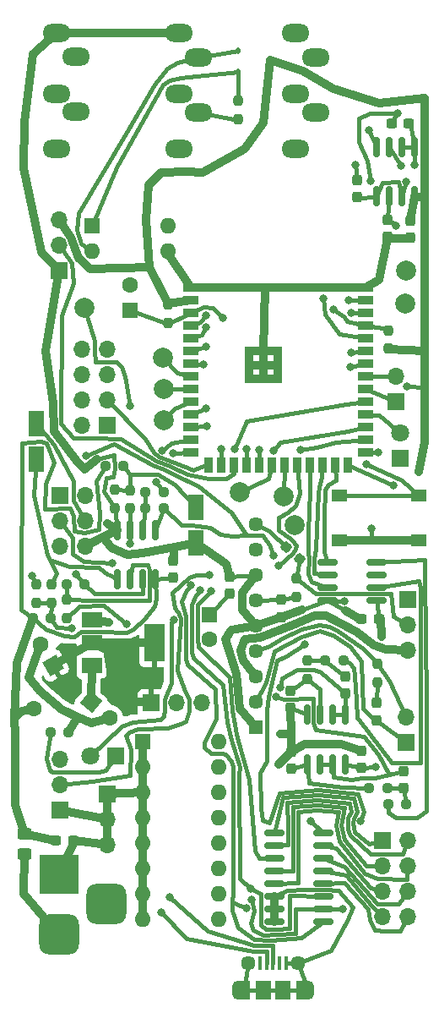
<source format=gbr>
G04 #@! TF.GenerationSoftware,KiCad,Pcbnew,7.0.9*
G04 #@! TF.CreationDate,2023-12-29T22:16:46-05:00*
G04 #@! TF.ProjectId,MEAP_Rev3b,4d454150-5f52-4657-9633-622e6b696361,rev?*
G04 #@! TF.SameCoordinates,Original*
G04 #@! TF.FileFunction,Copper,L1,Top*
G04 #@! TF.FilePolarity,Positive*
%FSLAX46Y46*%
G04 Gerber Fmt 4.6, Leading zero omitted, Abs format (unit mm)*
G04 Created by KiCad (PCBNEW 7.0.9) date 2023-12-29 22:16:46*
%MOMM*%
%LPD*%
G01*
G04 APERTURE LIST*
G04 Aperture macros list*
%AMRoundRect*
0 Rectangle with rounded corners*
0 $1 Rounding radius*
0 $2 $3 $4 $5 $6 $7 $8 $9 X,Y pos of 4 corners*
0 Add a 4 corners polygon primitive as box body*
4,1,4,$2,$3,$4,$5,$6,$7,$8,$9,$2,$3,0*
0 Add four circle primitives for the rounded corners*
1,1,$1+$1,$2,$3*
1,1,$1+$1,$4,$5*
1,1,$1+$1,$6,$7*
1,1,$1+$1,$8,$9*
0 Add four rect primitives between the rounded corners*
20,1,$1+$1,$2,$3,$4,$5,0*
20,1,$1+$1,$4,$5,$6,$7,0*
20,1,$1+$1,$6,$7,$8,$9,0*
20,1,$1+$1,$8,$9,$2,$3,0*%
%AMRotRect*
0 Rectangle, with rotation*
0 The origin of the aperture is its center*
0 $1 length*
0 $2 width*
0 $3 Rotation angle, in degrees counterclockwise*
0 Add horizontal line*
21,1,$1,$2,0,0,$3*%
G04 Aperture macros list end*
G04 #@! TA.AperFunction,ComponentPad*
%ADD10R,1.600000X1.600000*%
G04 #@! TD*
G04 #@! TA.AperFunction,ComponentPad*
%ADD11O,1.600000X1.600000*%
G04 #@! TD*
G04 #@! TA.AperFunction,SMDPad,CuDef*
%ADD12RoundRect,0.237500X-0.237500X0.300000X-0.237500X-0.300000X0.237500X-0.300000X0.237500X0.300000X0*%
G04 #@! TD*
G04 #@! TA.AperFunction,ComponentPad*
%ADD13C,2.000000*%
G04 #@! TD*
G04 #@! TA.AperFunction,SMDPad,CuDef*
%ADD14RoundRect,0.237500X0.300000X0.237500X-0.300000X0.237500X-0.300000X-0.237500X0.300000X-0.237500X0*%
G04 #@! TD*
G04 #@! TA.AperFunction,SMDPad,CuDef*
%ADD15RoundRect,0.237500X0.237500X-0.300000X0.237500X0.300000X-0.237500X0.300000X-0.237500X-0.300000X0*%
G04 #@! TD*
G04 #@! TA.AperFunction,ComponentPad*
%ADD16R,1.700000X1.700000*%
G04 #@! TD*
G04 #@! TA.AperFunction,ComponentPad*
%ADD17O,1.700000X1.700000*%
G04 #@! TD*
G04 #@! TA.AperFunction,SMDPad,CuDef*
%ADD18R,2.000000X1.500000*%
G04 #@! TD*
G04 #@! TA.AperFunction,SMDPad,CuDef*
%ADD19R,2.000000X3.800000*%
G04 #@! TD*
G04 #@! TA.AperFunction,SMDPad,CuDef*
%ADD20RoundRect,0.237500X0.250000X0.237500X-0.250000X0.237500X-0.250000X-0.237500X0.250000X-0.237500X0*%
G04 #@! TD*
G04 #@! TA.AperFunction,SMDPad,CuDef*
%ADD21RoundRect,0.150000X-0.150000X0.825000X-0.150000X-0.825000X0.150000X-0.825000X0.150000X0.825000X0*%
G04 #@! TD*
G04 #@! TA.AperFunction,SMDPad,CuDef*
%ADD22RoundRect,0.237500X0.344173X0.021239X-0.038849X0.342632X-0.344173X-0.021239X0.038849X-0.342632X0*%
G04 #@! TD*
G04 #@! TA.AperFunction,ComponentPad*
%ADD23C,1.600000*%
G04 #@! TD*
G04 #@! TA.AperFunction,SMDPad,CuDef*
%ADD24RoundRect,0.237500X0.237500X-0.250000X0.237500X0.250000X-0.237500X0.250000X-0.237500X-0.250000X0*%
G04 #@! TD*
G04 #@! TA.AperFunction,ComponentPad*
%ADD25O,2.800000X1.800000*%
G04 #@! TD*
G04 #@! TA.AperFunction,SMDPad,CuDef*
%ADD26RoundRect,0.150000X-0.825000X-0.150000X0.825000X-0.150000X0.825000X0.150000X-0.825000X0.150000X0*%
G04 #@! TD*
G04 #@! TA.AperFunction,ComponentPad*
%ADD27R,1.450000X1.450000*%
G04 #@! TD*
G04 #@! TA.AperFunction,ComponentPad*
%ADD28C,1.450000*%
G04 #@! TD*
G04 #@! TA.AperFunction,SMDPad,CuDef*
%ADD29RoundRect,0.250000X-0.550000X1.050000X-0.550000X-1.050000X0.550000X-1.050000X0.550000X1.050000X0*%
G04 #@! TD*
G04 #@! TA.AperFunction,SMDPad,CuDef*
%ADD30RoundRect,0.237500X-0.300000X-0.237500X0.300000X-0.237500X0.300000X0.237500X-0.300000X0.237500X0*%
G04 #@! TD*
G04 #@! TA.AperFunction,SMDPad,CuDef*
%ADD31R,1.500000X0.900000*%
G04 #@! TD*
G04 #@! TA.AperFunction,SMDPad,CuDef*
%ADD32R,0.900000X1.500000*%
G04 #@! TD*
G04 #@! TA.AperFunction,SMDPad,CuDef*
%ADD33R,0.900000X0.900000*%
G04 #@! TD*
G04 #@! TA.AperFunction,SMDPad,CuDef*
%ADD34RoundRect,0.237500X-0.237500X0.250000X-0.237500X-0.250000X0.237500X-0.250000X0.237500X0.250000X0*%
G04 #@! TD*
G04 #@! TA.AperFunction,ComponentPad*
%ADD35R,1.800000X1.800000*%
G04 #@! TD*
G04 #@! TA.AperFunction,ComponentPad*
%ADD36C,1.800000*%
G04 #@! TD*
G04 #@! TA.AperFunction,ComponentPad*
%ADD37RotRect,1.600000X1.600000X320.000000*%
G04 #@! TD*
G04 #@! TA.AperFunction,ComponentPad*
%ADD38R,4.000000X4.000000*%
G04 #@! TD*
G04 #@! TA.AperFunction,ComponentPad*
%ADD39RoundRect,1.000000X1.000000X-1.000000X1.000000X1.000000X-1.000000X1.000000X-1.000000X-1.000000X0*%
G04 #@! TD*
G04 #@! TA.AperFunction,ComponentPad*
%ADD40RotRect,1.600000X1.600000X120.000000*%
G04 #@! TD*
G04 #@! TA.AperFunction,SMDPad,CuDef*
%ADD41RoundRect,0.237500X-0.250000X-0.237500X0.250000X-0.237500X0.250000X0.237500X-0.250000X0.237500X0*%
G04 #@! TD*
G04 #@! TA.AperFunction,SMDPad,CuDef*
%ADD42R,1.550000X1.300000*%
G04 #@! TD*
G04 #@! TA.AperFunction,SMDPad,CuDef*
%ADD43R,0.400000X1.350000*%
G04 #@! TD*
G04 #@! TA.AperFunction,ComponentPad*
%ADD44O,1.200000X1.900000*%
G04 #@! TD*
G04 #@! TA.AperFunction,SMDPad,CuDef*
%ADD45R,1.200000X1.900000*%
G04 #@! TD*
G04 #@! TA.AperFunction,SMDPad,CuDef*
%ADD46R,1.500000X1.900000*%
G04 #@! TD*
G04 #@! TA.AperFunction,SMDPad,CuDef*
%ADD47RoundRect,0.250000X0.450000X-0.325000X0.450000X0.325000X-0.450000X0.325000X-0.450000X-0.325000X0*%
G04 #@! TD*
G04 #@! TA.AperFunction,SMDPad,CuDef*
%ADD48RoundRect,0.112500X0.112500X-0.187500X0.112500X0.187500X-0.112500X0.187500X-0.112500X-0.187500X0*%
G04 #@! TD*
G04 #@! TA.AperFunction,ViaPad*
%ADD49C,1.600000*%
G04 #@! TD*
G04 #@! TA.AperFunction,ViaPad*
%ADD50C,0.800000*%
G04 #@! TD*
G04 #@! TA.AperFunction,Conductor*
%ADD51C,0.406400*%
G04 #@! TD*
G04 #@! TA.AperFunction,Conductor*
%ADD52C,0.812800*%
G04 #@! TD*
G04 APERTURE END LIST*
D10*
X23820000Y-91610000D03*
D11*
X23820000Y-94150000D03*
X23820000Y-96690000D03*
X23820000Y-99230000D03*
X23820000Y-101770000D03*
X23820000Y-104310000D03*
X23820000Y-106850000D03*
X23820000Y-109390000D03*
X31440000Y-109390000D03*
X31440000Y-106850000D03*
X31440000Y-104310000D03*
X31440000Y-101770000D03*
X31440000Y-99230000D03*
X31440000Y-96690000D03*
X31440000Y-94150000D03*
X31440000Y-91610000D03*
D12*
X38640000Y-86507500D03*
X38640000Y-88232500D03*
D10*
X18720000Y-39945000D03*
D11*
X18720000Y-42485000D03*
X26340000Y-42485000D03*
X26340000Y-39945000D03*
D13*
X17930000Y-48200000D03*
D14*
X16830000Y-101530000D03*
X15105000Y-101530000D03*
D13*
X50230000Y-44430000D03*
D15*
X44147500Y-86797502D03*
X44147500Y-85072502D03*
D16*
X47880000Y-101510000D03*
D17*
X50420000Y-101510000D03*
X47880000Y-104050000D03*
X50420000Y-104050000D03*
X47880000Y-106590000D03*
X50420000Y-106590000D03*
X47880000Y-109130000D03*
X50420000Y-109130000D03*
D18*
X18680000Y-79420000D03*
X18680000Y-81720000D03*
X18680000Y-84020000D03*
D19*
X24980000Y-81720000D03*
D20*
X48306999Y-96266001D03*
X46481999Y-96266001D03*
D21*
X51085000Y-32055000D03*
X49815000Y-32055000D03*
X48545000Y-32055000D03*
X47275000Y-32055000D03*
X47275000Y-37005000D03*
X48545000Y-37005000D03*
X49815000Y-37005000D03*
X51085000Y-37005000D03*
D13*
X50150000Y-47750000D03*
D22*
X39560001Y-73330002D03*
X38161969Y-72156914D03*
D10*
X30480000Y-78884888D03*
D23*
X30480000Y-81384888D03*
D15*
X32540000Y-76812500D03*
X32540000Y-75087500D03*
D24*
X48400000Y-52242500D03*
X48400000Y-50417500D03*
D13*
X25870000Y-59470000D03*
D12*
X48360000Y-39360000D03*
X48360000Y-41085000D03*
D21*
X25069998Y-70409997D03*
X23799998Y-70409997D03*
X22529998Y-70409997D03*
X21259998Y-70409997D03*
X21259998Y-75359997D03*
X22529998Y-75359997D03*
X23799998Y-75359997D03*
X25069998Y-75359997D03*
D25*
X41140000Y-28590000D03*
X39140000Y-26790000D03*
X39140000Y-20690000D03*
X41140000Y-23090000D03*
X39140000Y-32290000D03*
D26*
X42300000Y-73670000D03*
X42300000Y-74940000D03*
X42300000Y-76210000D03*
X42300000Y-77480000D03*
X47250000Y-77480000D03*
X47250000Y-76210000D03*
X47250000Y-74940000D03*
X47250000Y-73670000D03*
D15*
X45700001Y-94267501D03*
X45700001Y-92542501D03*
D16*
X50230000Y-91720000D03*
D17*
X50230000Y-89180000D03*
D13*
X25860000Y-53210000D03*
D24*
X47290000Y-85672500D03*
X47290000Y-83847500D03*
D27*
X35110000Y-90160000D03*
D28*
X35110000Y-87620000D03*
X35110000Y-85080000D03*
X35110000Y-82540000D03*
X35110000Y-80000000D03*
X35110000Y-77460000D03*
X35110000Y-74920000D03*
X35110000Y-72380000D03*
X35110000Y-69840000D03*
D29*
X29120000Y-68150000D03*
X29120000Y-71750000D03*
D16*
X50360000Y-77350000D03*
D17*
X50360000Y-79890000D03*
X50360000Y-82430000D03*
D30*
X45737500Y-79320000D03*
X47462500Y-79320000D03*
D15*
X47280000Y-89450000D03*
X47280000Y-87725000D03*
D31*
X28650000Y-46170000D03*
X28650000Y-47440000D03*
X28650000Y-48710000D03*
X28650000Y-49980000D03*
X28650000Y-51250000D03*
X28650000Y-52520000D03*
X28650000Y-53790000D03*
X28650000Y-55060000D03*
X28650000Y-56330000D03*
X28650000Y-57600000D03*
X28650000Y-58870000D03*
X28650000Y-60140000D03*
X28650000Y-61410000D03*
X28650000Y-62680000D03*
D32*
X30415000Y-63930000D03*
X31685000Y-63930000D03*
X32955000Y-63930000D03*
X34225000Y-63930000D03*
X35495000Y-63930000D03*
X36765000Y-63930000D03*
X38035000Y-63930000D03*
X39305000Y-63930000D03*
X40575000Y-63930000D03*
X41845000Y-63930000D03*
X43115000Y-63930000D03*
X44385000Y-63930000D03*
D31*
X46150000Y-62680000D03*
X46150000Y-61410000D03*
X46150000Y-60140000D03*
X46150000Y-58870000D03*
X46150000Y-57600000D03*
X46150000Y-56330000D03*
X46150000Y-55060000D03*
X46150000Y-53790000D03*
X46150000Y-52520000D03*
X46150000Y-51250000D03*
X46150000Y-49980000D03*
X46150000Y-48710000D03*
X46150000Y-47440000D03*
X46150000Y-46170000D03*
D33*
X34500000Y-52490000D03*
X34500000Y-53890000D03*
X34500000Y-55290000D03*
X34500000Y-55290000D03*
X35900000Y-52490000D03*
X35900000Y-52490000D03*
X35900000Y-53890000D03*
X35900000Y-55290000D03*
X37300000Y-52490000D03*
X37300000Y-53890000D03*
X37300000Y-55290000D03*
D24*
X13090000Y-77705000D03*
X13090000Y-75880000D03*
X22514999Y-68244995D03*
X22514999Y-66419995D03*
D20*
X17965000Y-75862502D03*
X16140000Y-75862502D03*
D34*
X14609998Y-75867501D03*
X14609998Y-77692501D03*
D12*
X45260000Y-35360000D03*
X45260000Y-37085000D03*
D16*
X49210000Y-57610000D03*
D17*
X49210000Y-55070000D03*
D25*
X17140000Y-28545000D03*
X15140000Y-26745000D03*
X15140000Y-20645000D03*
X17140000Y-23045000D03*
X15140000Y-32245000D03*
D13*
X39020000Y-69950000D03*
D34*
X40270000Y-83487500D03*
X40270000Y-85312500D03*
D26*
X36970000Y-100720000D03*
X36970000Y-101990000D03*
X36970000Y-103260000D03*
X36970000Y-104530000D03*
X36970000Y-105800000D03*
X36970000Y-107070000D03*
X36970000Y-108340000D03*
X36970000Y-109610000D03*
X41920000Y-109610000D03*
X41920000Y-108340000D03*
X41920000Y-107070000D03*
X41920000Y-105800000D03*
X41920000Y-104530000D03*
X41920000Y-103260000D03*
X41920000Y-101990000D03*
X41920000Y-100720000D03*
D35*
X49640000Y-63225000D03*
D36*
X49640000Y-60685000D03*
D16*
X20220000Y-96820000D03*
D17*
X20220000Y-99360000D03*
X20220000Y-101900000D03*
D37*
X18604889Y-87643031D03*
D23*
X20520000Y-89250000D03*
D38*
X15430000Y-104900000D03*
D39*
X15430000Y-110900000D03*
X20130000Y-107900000D03*
D13*
X25890000Y-56330000D03*
D30*
X48770000Y-29750000D03*
X50495000Y-29750000D03*
D40*
X14800000Y-84015063D03*
D23*
X13550000Y-81849999D03*
D41*
X48425002Y-97875001D03*
X50250002Y-97875001D03*
D24*
X33330000Y-29292500D03*
X33330000Y-27467500D03*
D12*
X26810001Y-73464999D03*
X26810001Y-75189999D03*
D15*
X50660001Y-41135001D03*
X50660001Y-39410001D03*
D10*
X22540000Y-48420000D03*
D23*
X22540000Y-45920000D03*
D29*
X13150000Y-59740000D03*
X13150000Y-63340000D03*
D34*
X20994999Y-66414999D03*
X20994999Y-68239999D03*
D41*
X20027500Y-64040000D03*
X21852500Y-64040000D03*
D42*
X51475000Y-71460000D03*
X43525000Y-71460000D03*
X51475000Y-66960000D03*
X43525000Y-66960000D03*
D34*
X16139998Y-77392502D03*
X16139998Y-79217502D03*
D15*
X38689999Y-94315001D03*
X38689999Y-92590001D03*
D21*
X44100000Y-88905000D03*
X42830000Y-88905000D03*
X41560000Y-88905000D03*
X40290000Y-88905000D03*
X40290000Y-93855000D03*
X41560000Y-93855000D03*
X42830000Y-93855000D03*
X44100000Y-93855000D03*
D16*
X15530000Y-66930000D03*
D17*
X15530000Y-69470000D03*
X15530000Y-72010000D03*
X18070000Y-66930000D03*
X18070000Y-69470000D03*
X18070000Y-72010000D03*
D43*
X35569999Y-113792000D03*
X36219999Y-113792000D03*
X36869999Y-113792000D03*
X37519999Y-113792000D03*
X38169999Y-113792000D03*
D44*
X33369999Y-116492000D03*
D45*
X33969999Y-116492000D03*
D28*
X34369999Y-113792000D03*
D46*
X35869999Y-116492000D03*
X37869999Y-116492000D03*
D28*
X39369999Y-113792000D03*
D45*
X39769999Y-116492000D03*
D44*
X40369999Y-116492000D03*
D20*
X43930001Y-83500001D03*
X42105001Y-83500001D03*
D25*
X29400000Y-28580000D03*
X27400000Y-26780000D03*
X27400000Y-20680000D03*
X29400000Y-23080000D03*
X27400000Y-32280000D03*
D16*
X15380003Y-44459999D03*
D17*
X15380003Y-41919999D03*
X15380003Y-39379999D03*
D34*
X39220000Y-75277500D03*
X39220000Y-77102500D03*
D16*
X24630000Y-87720000D03*
D17*
X27170000Y-87720000D03*
X29710000Y-87720000D03*
D41*
X24075001Y-66630001D03*
X25900001Y-66630001D03*
D47*
X11969998Y-102869999D03*
X11969998Y-100819999D03*
D16*
X20245000Y-59940000D03*
D17*
X17705000Y-59940000D03*
X20245000Y-57400000D03*
X17705000Y-57400000D03*
X20245000Y-54860000D03*
X17705000Y-54860000D03*
X20245000Y-52320000D03*
X17705000Y-52320000D03*
D16*
X15480000Y-98470000D03*
D17*
X15480000Y-95930000D03*
X15480000Y-93390000D03*
D12*
X49950000Y-94550000D03*
X49950000Y-96275000D03*
D41*
X12757500Y-79232503D03*
X14582500Y-79232503D03*
D34*
X26340000Y-47857500D03*
X26340000Y-49682500D03*
D12*
X37670000Y-77397500D03*
X37670000Y-79122500D03*
D13*
X33490000Y-66600000D03*
D41*
X14545000Y-90690000D03*
X16370000Y-90690000D03*
D20*
X25879996Y-68219998D03*
X24054996Y-68219998D03*
D48*
X33330000Y-24537500D03*
X33330000Y-22437500D03*
D13*
X37970000Y-67030000D03*
D35*
X21124999Y-93060001D03*
D36*
X18584999Y-93060001D03*
D49*
X12850000Y-88280000D03*
D50*
X43990000Y-77560000D03*
X46520000Y-30410000D03*
X37410000Y-93900000D03*
X37590000Y-90860000D03*
X46760000Y-70300000D03*
X39761765Y-78361765D03*
X20380000Y-79700000D03*
X12700000Y-74970000D03*
X20210000Y-69780000D03*
X50300000Y-56080000D03*
X51520000Y-64610000D03*
X47130000Y-94170000D03*
X40600000Y-99530000D03*
X47740000Y-81100000D03*
X36620000Y-23390000D03*
X37560000Y-86150000D03*
X37200000Y-87110000D03*
X46190000Y-63800000D03*
X31840000Y-49200000D03*
X36920000Y-62470000D03*
X26901644Y-79410000D03*
X36880000Y-72970000D03*
X18120000Y-63015014D03*
X17090000Y-74860000D03*
X44450000Y-47420000D03*
X44710000Y-48650000D03*
X30170000Y-48910000D03*
X30180000Y-50110000D03*
X30160000Y-52090000D03*
X29880000Y-53830000D03*
X30210000Y-60020000D03*
X25780000Y-62450000D03*
X25640000Y-108720000D03*
X26860000Y-62760000D03*
X26480000Y-107180000D03*
X30180000Y-58220000D03*
X22510000Y-57960000D03*
X39600000Y-62370000D03*
X47420000Y-62640000D03*
X41950000Y-47260000D03*
X42920000Y-48320000D03*
X44640000Y-54130000D03*
X44670000Y-52620000D03*
X30510000Y-74950000D03*
X34210000Y-62340000D03*
X30630000Y-76570000D03*
X35510000Y-62430000D03*
X34180000Y-108310000D03*
X28640000Y-75980000D03*
X31690000Y-62350000D03*
X34700000Y-107440000D03*
X48900000Y-65980000D03*
X43820000Y-108330000D03*
X34640000Y-106380000D03*
X33040000Y-62350000D03*
X29570000Y-76490000D03*
X45640000Y-99600000D03*
X40050000Y-81850000D03*
X37460000Y-74010000D03*
X49680000Y-33940000D03*
X46680000Y-35500000D03*
X49390000Y-28690000D03*
X51050000Y-33860000D03*
X45140000Y-33900000D03*
X50200000Y-35520000D03*
X49230000Y-39980000D03*
X22520000Y-71810000D03*
X16670000Y-80290000D03*
X25180000Y-65630000D03*
X20730000Y-73740000D03*
X22180000Y-79800000D03*
D51*
X25069998Y-75359997D02*
X25123836Y-77340000D01*
X11560000Y-78410000D02*
X11700000Y-61710000D01*
X19400000Y-70390000D02*
X19459636Y-68750000D01*
X23969474Y-79299474D02*
X24991456Y-78031456D01*
D52*
X10940412Y-89250000D02*
X11190000Y-83740000D01*
D51*
X25069998Y-75359997D02*
X26810001Y-75189999D01*
D52*
X11190000Y-83740000D02*
X12757500Y-79232503D01*
X45250000Y-80590000D02*
X46960000Y-81920000D01*
D51*
X11700000Y-61710000D02*
X13570000Y-61530000D01*
X13970000Y-68360000D02*
X16470000Y-68230000D01*
D52*
X10970000Y-90990000D02*
X10940412Y-89250000D01*
D51*
X16470000Y-68230000D02*
X16830000Y-69030000D01*
D52*
X41040000Y-78970000D02*
X42156081Y-79010967D01*
D51*
X16906321Y-81076321D02*
X17580000Y-80629630D01*
X24991456Y-78031456D02*
X25123836Y-77340000D01*
X14080000Y-80330000D02*
X12757500Y-79232503D01*
X14150000Y-61750000D02*
X14920000Y-63630000D01*
D52*
X18604889Y-87643031D02*
X18680000Y-84020000D01*
D51*
X13570000Y-61530000D02*
X14150000Y-61750000D01*
X19160000Y-65520000D02*
X20027500Y-64040000D01*
D52*
X33612945Y-82450000D02*
X34020000Y-81350000D01*
X11700000Y-88543734D02*
X12850000Y-88280000D01*
D51*
X16923384Y-70510159D02*
X17910000Y-70710000D01*
X22904456Y-80334456D02*
X23969474Y-79299474D01*
X16906321Y-81076321D02*
X15880000Y-81044397D01*
X16830000Y-69030000D02*
X16923384Y-70510159D01*
X12757500Y-79232503D02*
X11560000Y-78410000D01*
D52*
X11969998Y-100819999D02*
X10970000Y-97940000D01*
D51*
X19459636Y-68750000D02*
X19160000Y-65520000D01*
D52*
X11969998Y-100819999D02*
X14930000Y-101530000D01*
D51*
X14040000Y-65760000D02*
X13970000Y-68360000D01*
D52*
X48170000Y-82370000D02*
X50360000Y-82430000D01*
X34020000Y-81350000D02*
X35580000Y-81231400D01*
D51*
X17910000Y-70710000D02*
X19400000Y-70390000D01*
X22180000Y-80654831D02*
X19520000Y-80610000D01*
X22180000Y-80654831D02*
X22904456Y-80334456D01*
X14920000Y-63630000D02*
X14040000Y-65760000D01*
D52*
X10970000Y-97940000D02*
X10970000Y-90990000D01*
D51*
X15880000Y-81044397D02*
X14080000Y-80330000D01*
D52*
X33830000Y-83450000D02*
X33612945Y-82450000D01*
X42156081Y-79010967D02*
X45250000Y-80590000D01*
X38880000Y-79930000D02*
X41040000Y-78970000D01*
D51*
X19520000Y-80610000D02*
X17580000Y-80629630D01*
D52*
X35580000Y-81231400D02*
X38880000Y-79930000D01*
X10940412Y-89250000D02*
X11700000Y-88543734D01*
X35110000Y-85080000D02*
X33830000Y-83450000D01*
X46960000Y-81920000D02*
X48170000Y-82370000D01*
D51*
X39369999Y-113792000D02*
X42690000Y-112490000D01*
X38290000Y-106490000D02*
X36970000Y-107070000D01*
D52*
X43365000Y-71470000D02*
X46700000Y-71470000D01*
D51*
X46520000Y-30410000D02*
X47275000Y-32055000D01*
D52*
X49890000Y-41251538D02*
X50660001Y-41135001D01*
D51*
X46760000Y-70300000D02*
X46700000Y-71470000D01*
D52*
X12390000Y-85160000D02*
X13550000Y-81849999D01*
D51*
X33969999Y-116492000D02*
X35869999Y-116492000D01*
X42300000Y-77480000D02*
X43990000Y-77560000D01*
D52*
X40020000Y-91830000D02*
X38689999Y-92590001D01*
X35900000Y-55290000D02*
X34500000Y-55290000D01*
X32660000Y-80410000D02*
X35110000Y-80000000D01*
X23820000Y-96690000D02*
X23820000Y-94150000D01*
X35110000Y-90160000D02*
X33540076Y-88330000D01*
X46150000Y-46170000D02*
X47510000Y-45390000D01*
D51*
X20120000Y-65220000D02*
X20800000Y-65130000D01*
D52*
X36030000Y-46170000D02*
X28650000Y-46170000D01*
X23770000Y-72720000D02*
X22290000Y-72880000D01*
X35900000Y-52490000D02*
X36030000Y-46170000D01*
D51*
X44840000Y-108160000D02*
X43430000Y-106470000D01*
D52*
X34500000Y-53890000D02*
X35900000Y-53890000D01*
X14930000Y-60560000D02*
X17100000Y-63390000D01*
X23820000Y-94150000D02*
X23820000Y-91610000D01*
D51*
X32540000Y-75087500D02*
X35110000Y-74920000D01*
D52*
X46150000Y-46170000D02*
X36030000Y-46170000D01*
X15700000Y-88430000D02*
X13480000Y-86560000D01*
X35110000Y-80000000D02*
X37670000Y-79122500D01*
D51*
X38169999Y-113792000D02*
X39369999Y-113792000D01*
D52*
X13600000Y-42560000D02*
X11880000Y-34170000D01*
X16370000Y-90690000D02*
X17303863Y-89136137D01*
X20520000Y-89250000D02*
X18630000Y-89720000D01*
X45562500Y-79320000D02*
X44077511Y-78482489D01*
X36970000Y-108340000D02*
X36970000Y-109610000D01*
X17303863Y-89136137D02*
X15700000Y-88430000D01*
X33230000Y-84830000D02*
X33540076Y-88330000D01*
X33800000Y-78390000D02*
X33820000Y-76670000D01*
D51*
X20800000Y-65130000D02*
X21030000Y-64260000D01*
D52*
X27050000Y-72125308D02*
X23770000Y-72720000D01*
X11880000Y-34170000D02*
X11900982Y-29540000D01*
D51*
X42300000Y-77480000D02*
X44077511Y-78482489D01*
D52*
X13480000Y-86560000D02*
X12390000Y-85160000D01*
X17100000Y-63390000D02*
X17977043Y-64352957D01*
D51*
X42690000Y-112490000D02*
X44300000Y-109540000D01*
D52*
X17977043Y-64352957D02*
X19190693Y-63330693D01*
X34500000Y-52490000D02*
X34500000Y-53890000D01*
X23820000Y-109390000D02*
X23820000Y-106850000D01*
D51*
X21259998Y-70409997D02*
X20994999Y-68239999D01*
D52*
X20220000Y-99360000D02*
X15480000Y-98470000D01*
X12770000Y-22750000D02*
X15140000Y-20645000D01*
X20210000Y-69780000D02*
X21259998Y-70409997D01*
D51*
X42120000Y-106440000D02*
X40050000Y-106440000D01*
D52*
X20380000Y-79700000D02*
X18680000Y-79420000D01*
X47510000Y-45390000D02*
X48360000Y-41260000D01*
X23820000Y-106850000D02*
X23820000Y-104310000D01*
X32210000Y-73810000D02*
X32540000Y-75087500D01*
X18630000Y-89720000D02*
X17303863Y-89136137D01*
X27050000Y-72125308D02*
X26810001Y-73464999D01*
D51*
X33369999Y-116492000D02*
X33969999Y-116492000D01*
X20910000Y-62910000D02*
X19190693Y-63330693D01*
D52*
X35900000Y-53890000D02*
X35900000Y-52490000D01*
X32111347Y-81361347D02*
X33230000Y-84830000D01*
D51*
X37869999Y-116492000D02*
X39769999Y-116492000D01*
X40050000Y-106440000D02*
X38290000Y-106490000D01*
D52*
X35900000Y-53890000D02*
X37300000Y-53890000D01*
X37300000Y-53890000D02*
X37300000Y-55290000D01*
X23820000Y-99230000D02*
X23820000Y-96690000D01*
X15380003Y-44459999D02*
X14020000Y-52530000D01*
D51*
X34369999Y-113792000D02*
X33969999Y-116492000D01*
D52*
X33820000Y-76670000D02*
X35110000Y-74920000D01*
X29120000Y-71750000D02*
X27050000Y-72125308D01*
D51*
X20994999Y-68239999D02*
X19900000Y-66530000D01*
D52*
X35900000Y-53890000D02*
X35900000Y-55290000D01*
D51*
X19900000Y-66530000D02*
X20120000Y-65220000D01*
D52*
X35900000Y-52490000D02*
X34500000Y-52490000D01*
D51*
X40369999Y-116492000D02*
X39769999Y-116492000D01*
D52*
X37300000Y-55290000D02*
X35900000Y-55290000D01*
X49890000Y-41251538D02*
X48360000Y-41260000D01*
D51*
X44300000Y-109540000D02*
X44840000Y-108160000D01*
D52*
X20220000Y-96820000D02*
X23820000Y-96690000D01*
X23820000Y-101770000D02*
X23820000Y-99230000D01*
X29120000Y-71750000D02*
X32210000Y-73810000D01*
X36970000Y-107070000D02*
X36970000Y-108340000D01*
X15380003Y-44459999D02*
X13600000Y-42560000D01*
X20220000Y-99360000D02*
X20220000Y-96820000D01*
X14830000Y-57760000D02*
X14930000Y-60560000D01*
X45700001Y-92542501D02*
X43710000Y-91860000D01*
X11900982Y-29540000D02*
X12770000Y-22750000D01*
D51*
X39369999Y-113792000D02*
X40369999Y-116492000D01*
D52*
X22290000Y-72880000D02*
X20690000Y-72240000D01*
D51*
X43430000Y-106470000D02*
X42120000Y-106440000D01*
D52*
X35110000Y-80000000D02*
X33800000Y-78390000D01*
X18070000Y-72010000D02*
X19781543Y-71151543D01*
X38689999Y-92590001D02*
X37410000Y-93900000D01*
X23820000Y-104310000D02*
X23820000Y-101770000D01*
X37670000Y-79122500D02*
X39761765Y-78361765D01*
X34500000Y-55290000D02*
X34500000Y-53890000D01*
X38689999Y-92590001D02*
X38669804Y-90830000D01*
X37300000Y-52490000D02*
X35900000Y-52490000D01*
D51*
X40290000Y-88905000D02*
X38640000Y-88232500D01*
D52*
X37300000Y-52490000D02*
X37300000Y-53890000D01*
X19781543Y-71151543D02*
X21259998Y-70409997D01*
X17005000Y-101530000D02*
X20220000Y-101900000D01*
D51*
X12700000Y-74970000D02*
X13090000Y-75880000D01*
X42300000Y-77480000D02*
X39761765Y-78361765D01*
D52*
X37590000Y-90860000D02*
X38669804Y-90830000D01*
X32111347Y-81361347D02*
X32660000Y-80410000D01*
X20220000Y-101900000D02*
X20220000Y-99360000D01*
X28650000Y-46170000D02*
X26130000Y-42495000D01*
X20690000Y-72240000D02*
X19781543Y-71151543D01*
X14020000Y-52530000D02*
X14830000Y-57760000D01*
D51*
X21030000Y-64260000D02*
X20910000Y-62910000D01*
D52*
X15140000Y-20645000D02*
X27400000Y-20680000D01*
D51*
X35869999Y-116492000D02*
X37869999Y-116492000D01*
D52*
X50620000Y-41247500D02*
X49890000Y-41251538D01*
X43710000Y-91860000D02*
X40020000Y-91830000D01*
X38669804Y-90830000D02*
X38640000Y-88232500D01*
X46700000Y-71470000D02*
X51315000Y-71470000D01*
X15350000Y-104890000D02*
X17005000Y-101530000D01*
X20560000Y-84480000D02*
X20226550Y-82503450D01*
X24170000Y-39400000D02*
X24380000Y-35900000D01*
X47637500Y-79320000D02*
X47740000Y-81100000D01*
X18680000Y-81720000D02*
X20226550Y-82503450D01*
X26340000Y-47770000D02*
X28650000Y-47440000D01*
D51*
X50300000Y-56080000D02*
X52068600Y-56090000D01*
D52*
X52068600Y-52520000D02*
X48400000Y-52330000D01*
X26340000Y-47770000D02*
X24500000Y-44120000D01*
X51520000Y-64610000D02*
X52068600Y-61610000D01*
X24500000Y-44120000D02*
X24170000Y-39400000D01*
D51*
X44100000Y-93855000D02*
X45700001Y-94267501D01*
D52*
X17360000Y-43170000D02*
X18580000Y-44260000D01*
X18680000Y-81720000D02*
X24980000Y-81720000D01*
X24630000Y-87720000D02*
X21970000Y-87580000D01*
X14800000Y-84015063D02*
X18680000Y-81720000D01*
X15380003Y-39379999D02*
X16590000Y-41110000D01*
X52068600Y-56090000D02*
X52068600Y-52520000D01*
D51*
X45700001Y-94267501D02*
X47130000Y-94170000D01*
D52*
X25690000Y-34610000D02*
X28200000Y-34540000D01*
D51*
X47462500Y-79320000D02*
X47250000Y-77480000D01*
D52*
X52068600Y-27200000D02*
X47480000Y-27720000D01*
X42960000Y-26260000D02*
X39850000Y-24495413D01*
X34060000Y-32240000D02*
X35940000Y-29650000D01*
X47480000Y-27720000D02*
X42960000Y-26260000D01*
D51*
X41920000Y-100720000D02*
X40600000Y-99530000D01*
D52*
X51085000Y-37005000D02*
X52068600Y-37130000D01*
X35940000Y-29650000D02*
X36620000Y-23390000D01*
X21970000Y-87580000D02*
X20560000Y-84480000D01*
X52068600Y-52520000D02*
X52068600Y-37130000D01*
X52068600Y-37130000D02*
X52068600Y-27200000D01*
X50759983Y-38520000D02*
X51085000Y-37005000D01*
X18580000Y-44260000D02*
X24500000Y-44120000D01*
X36620000Y-23390000D02*
X39850000Y-24495413D01*
X50759983Y-38520000D02*
X50660001Y-39410001D01*
X28200000Y-34540000D02*
X29810000Y-34590000D01*
X29810000Y-34590000D02*
X34060000Y-32240000D01*
X24380000Y-35900000D02*
X25690000Y-34610000D01*
X52068600Y-61610000D02*
X52068600Y-56090000D01*
X16590000Y-41110000D02*
X17360000Y-43170000D01*
X50620000Y-39172500D02*
X50759983Y-38520000D01*
D51*
X32540000Y-76812500D02*
X30480000Y-78884888D01*
X36470000Y-70510000D02*
X35110000Y-69840000D01*
X38161969Y-72156914D02*
X36470000Y-70510000D01*
X39220000Y-77102500D02*
X37670000Y-77397500D01*
X37670000Y-77397500D02*
X35110000Y-77460000D01*
X39670000Y-81150000D02*
X37000000Y-82560000D01*
X45720000Y-83540000D02*
X44660000Y-82100000D01*
X36194052Y-85714052D02*
X37000000Y-82560000D01*
X41550000Y-80480000D02*
X39670000Y-81150000D01*
X35110000Y-87620000D02*
X36194052Y-85714052D01*
X47280000Y-89625000D02*
X45850000Y-88330000D01*
X43040000Y-81050000D02*
X41550000Y-80480000D01*
X47280000Y-89450000D02*
X50230000Y-91720000D01*
X44660000Y-82100000D02*
X43040000Y-81050000D01*
X45850000Y-88330000D02*
X45720000Y-83540000D01*
X47290000Y-85760000D02*
X47280000Y-87550000D01*
X39250000Y-84370000D02*
X37760000Y-85230000D01*
X42830000Y-88905000D02*
X44100000Y-88905000D01*
X44147500Y-86797502D02*
X41680000Y-84650000D01*
X41010000Y-84370000D02*
X39250000Y-84370000D01*
X41680000Y-84650000D02*
X41010000Y-84370000D01*
X44100000Y-88905000D02*
X44147500Y-86797502D01*
X37760000Y-85230000D02*
X37560000Y-86150000D01*
X40270000Y-83487500D02*
X42000000Y-83477500D01*
X42000000Y-83477500D02*
X44147500Y-85072502D01*
X20210000Y-74881966D02*
X19370000Y-74190000D01*
X14260000Y-72900000D02*
X12900000Y-66980000D01*
X19370000Y-74190000D02*
X16450000Y-74070000D01*
X20460000Y-74890000D02*
X21259998Y-75359997D01*
X20210000Y-74881966D02*
X20460000Y-74890000D01*
X12900000Y-66980000D02*
X13150000Y-63340000D01*
X14609998Y-75867501D02*
X15170000Y-74720000D01*
X14503333Y-73386667D02*
X14260000Y-72900000D01*
X16450000Y-74070000D02*
X14503333Y-73386667D01*
X15170000Y-74720000D02*
X14503333Y-73386667D01*
X48530000Y-94875417D02*
X47450000Y-92910000D01*
X37920000Y-87380000D02*
X37200000Y-87110000D01*
X48530000Y-94875417D02*
X47070000Y-95210000D01*
X42950000Y-95190000D02*
X42830000Y-93855000D01*
X40920000Y-87250000D02*
X39670000Y-87320000D01*
X44700000Y-95420000D02*
X42950000Y-95190000D01*
X39670000Y-87320000D02*
X39080000Y-87380000D01*
X41170000Y-90420000D02*
X40900000Y-89730000D01*
X47450000Y-92910000D02*
X45950000Y-91090000D01*
X49950000Y-94550000D02*
X48530000Y-94875417D01*
X41560000Y-93855000D02*
X42830000Y-93855000D01*
X45770000Y-95250000D02*
X44700000Y-95420000D01*
X45950000Y-91090000D02*
X41170000Y-90420000D01*
X39080000Y-87380000D02*
X37920000Y-87380000D01*
X40900000Y-89730000D02*
X40920000Y-87250000D01*
X47070000Y-95210000D02*
X45770000Y-95250000D01*
X48306999Y-96266001D02*
X49950000Y-96275000D01*
X49950000Y-96275000D02*
X50250002Y-97875001D01*
X43896953Y-96154772D02*
X40440000Y-95750000D01*
X38689999Y-94315001D02*
X40290000Y-93855000D01*
X40440000Y-95750000D02*
X40290000Y-93855000D01*
X46481999Y-96266001D02*
X43896953Y-96154772D01*
X49790000Y-65440000D02*
X46190000Y-63800000D01*
X26340000Y-49770000D02*
X22540000Y-48420000D01*
X30820000Y-48170000D02*
X29860000Y-48120000D01*
X43525000Y-66960000D02*
X51475000Y-66960000D01*
X29860000Y-48120000D02*
X28650000Y-48710000D01*
X51475000Y-66960000D02*
X49790000Y-65440000D01*
X31840000Y-49200000D02*
X30820000Y-48170000D01*
X26340000Y-49770000D02*
X28650000Y-48710000D01*
X25425405Y-26555405D02*
X25840000Y-25790000D01*
X21200000Y-34090000D02*
X18720000Y-39945000D01*
X25840000Y-25790000D02*
X26466643Y-25386643D01*
X27640000Y-25152500D02*
X28390000Y-25090000D01*
X33330000Y-24537500D02*
X33330000Y-27380000D01*
X28390000Y-25090000D02*
X33330000Y-24537500D01*
X25425405Y-26555405D02*
X21200000Y-34090000D01*
X26466643Y-25386643D02*
X27640000Y-25152500D01*
X17200000Y-40400000D02*
X17650000Y-41710000D01*
X26271837Y-24181837D02*
X27250000Y-23604390D01*
X22120000Y-30700000D02*
X24973974Y-25833974D01*
X27250000Y-23604390D02*
X29400000Y-23080000D01*
X17650000Y-41710000D02*
X18670000Y-42485000D01*
X29400000Y-23080000D02*
X33330000Y-22437500D01*
X26271837Y-24181837D02*
X24973974Y-25833974D01*
X17350000Y-38670000D02*
X17200000Y-40400000D01*
X17350000Y-38670000D02*
X22120000Y-30700000D01*
X44390000Y-60530000D02*
X37610000Y-61630000D01*
X21710863Y-90120863D02*
X18584999Y-93060001D01*
X25540000Y-89400313D02*
X22760000Y-89622080D01*
X25989033Y-87430000D02*
X25980000Y-88410000D01*
X22760000Y-89622080D02*
X21710863Y-90120863D01*
X26059623Y-87110000D02*
X25989033Y-87430000D01*
X46150000Y-60140000D02*
X44390000Y-60530000D01*
X26663052Y-85753052D02*
X26059623Y-87110000D01*
X25980000Y-88410000D02*
X25940625Y-89040000D01*
X25940625Y-89040000D02*
X25540000Y-89400313D01*
X26901644Y-79410000D02*
X26663052Y-79648592D01*
X37610000Y-61630000D02*
X36920000Y-62470000D01*
X26663052Y-79648592D02*
X26663052Y-85753052D01*
X47490000Y-58960000D02*
X46150000Y-58870000D01*
X49640000Y-60685000D02*
X47490000Y-58960000D01*
D52*
X11880000Y-106820000D02*
X11969998Y-102869999D01*
X15350000Y-110890000D02*
X11880000Y-106820000D01*
D51*
X45896284Y-82263716D02*
X43353994Y-80496006D01*
X50230000Y-89180000D02*
X48506435Y-85483565D01*
X47290000Y-83760000D02*
X45896284Y-82263716D01*
X42510000Y-80089067D02*
X41460000Y-79902794D01*
X36530000Y-82010000D02*
X35110000Y-82540000D01*
X43353994Y-80496006D02*
X42510000Y-80089067D01*
X39730000Y-80360000D02*
X37770000Y-81260000D01*
X41460000Y-79902794D02*
X39730000Y-80360000D01*
X48506435Y-85483565D02*
X47290000Y-83847500D01*
X37770000Y-81260000D02*
X36530000Y-82010000D01*
X43427889Y-98658923D02*
X43140000Y-100030000D01*
X43500000Y-101600000D02*
X43140000Y-100030000D01*
X47300000Y-105330000D02*
X50310000Y-105400000D01*
X50310000Y-105400000D02*
X50420000Y-104050000D01*
X39331679Y-98639971D02*
X41243712Y-98462735D01*
X47300000Y-105330000D02*
X46062985Y-104849918D01*
X36970000Y-105800000D02*
X39370000Y-105757143D01*
X39370000Y-105757143D02*
X39331679Y-98639971D01*
X41243712Y-98462735D02*
X43427889Y-98658923D01*
X46062985Y-104849918D02*
X43500000Y-101600000D01*
X47880000Y-104050000D02*
X46210000Y-104020000D01*
X46210000Y-104020000D02*
X44070000Y-101390000D01*
X38840000Y-104523415D02*
X36970000Y-104530000D01*
X41386555Y-97942021D02*
X38824088Y-98164589D01*
X38824088Y-98164589D02*
X38840000Y-104523415D01*
X44058561Y-98214130D02*
X41386555Y-97942021D01*
X43694982Y-100030000D02*
X44058561Y-98214130D01*
X44070000Y-101390000D02*
X43694982Y-100030000D01*
X49910000Y-102830000D02*
X50420000Y-101510000D01*
X38320000Y-100200000D02*
X38292238Y-97704558D01*
X38292238Y-97704558D02*
X41332530Y-97427500D01*
X46640000Y-102850000D02*
X44610000Y-100990000D01*
X41332530Y-97427500D02*
X44567108Y-97756900D01*
X36970000Y-101990000D02*
X38320000Y-101942000D01*
X46640000Y-102850000D02*
X48380000Y-102860000D01*
X38320000Y-101942000D02*
X38320000Y-100200000D01*
X44567108Y-97756900D02*
X44727330Y-98643405D01*
X44402702Y-100400000D02*
X44386874Y-99216874D01*
X48380000Y-102860000D02*
X49910000Y-102830000D01*
X44610000Y-100990000D02*
X44402702Y-100400000D01*
X44727330Y-98643405D02*
X44386874Y-99216874D01*
X44916414Y-99710000D02*
X44940548Y-99330548D01*
X45032573Y-100665042D02*
X44916414Y-99710000D01*
X44983065Y-97292299D02*
X41428911Y-96910219D01*
X44940548Y-99330548D02*
X45300000Y-98640000D01*
X41428911Y-96910219D02*
X37889438Y-97232767D01*
X45032573Y-100665042D02*
X46450000Y-101830000D01*
X45300000Y-98640000D02*
X44983065Y-97292299D01*
X37889438Y-97232767D02*
X36970000Y-100720000D01*
X46450000Y-101830000D02*
X47880000Y-101510000D01*
X44173954Y-105012294D02*
X41920000Y-104530000D01*
X46750000Y-108020000D02*
X44173954Y-105012294D01*
X47880000Y-109130000D02*
X46750000Y-108020000D01*
X47360000Y-107901723D02*
X44060000Y-104110000D01*
X49420000Y-107840000D02*
X50420000Y-106590000D01*
X47360000Y-107901723D02*
X49420000Y-107840000D01*
X44060000Y-104110000D02*
X41920000Y-103260000D01*
X46640000Y-106280000D02*
X43160000Y-102296971D01*
X41920000Y-101990000D02*
X43160000Y-102296971D01*
X47880000Y-106590000D02*
X46640000Y-106280000D01*
X49620000Y-110590000D02*
X50420000Y-109130000D01*
X46400000Y-108390000D02*
X44020000Y-105740000D01*
X44020000Y-105740000D02*
X41920000Y-105800000D01*
X47080000Y-110523333D02*
X48080000Y-110590000D01*
X46570000Y-109430000D02*
X46400000Y-108390000D01*
X47080000Y-110523333D02*
X46570000Y-109430000D01*
X48080000Y-110590000D02*
X49620000Y-110590000D01*
X30552124Y-70207876D02*
X28740000Y-69972000D01*
X36880000Y-72970000D02*
X36520000Y-71910000D01*
X36520000Y-71910000D02*
X35820000Y-70910000D01*
X29420162Y-66029838D02*
X32650825Y-68649175D01*
X34880000Y-70910000D02*
X34190000Y-70959522D01*
X27660000Y-69900000D02*
X28740000Y-69972000D01*
X34190000Y-70959522D02*
X32790000Y-71060000D01*
X20910000Y-61810000D02*
X18120000Y-63015014D01*
X31560000Y-70890000D02*
X30552124Y-70207876D01*
X26732601Y-64747399D02*
X29420162Y-66029838D01*
X20910000Y-61810000D02*
X24836622Y-63952309D01*
X35820000Y-70910000D02*
X34880000Y-70910000D01*
X24836622Y-63952309D02*
X25943407Y-64367572D01*
X25069998Y-70409997D02*
X25879996Y-68219998D01*
X32790000Y-71060000D02*
X31560000Y-70890000D01*
X32650825Y-68649175D02*
X34190000Y-70959522D01*
X25943407Y-64367572D02*
X26732601Y-64747399D01*
X25879996Y-68219998D02*
X27660000Y-69900000D01*
X17965000Y-75862502D02*
X17090000Y-74860000D01*
X23799998Y-75359997D02*
X23830000Y-76810000D01*
X18960000Y-76810000D02*
X17965000Y-75862502D01*
X23830000Y-76810000D02*
X18960000Y-76810000D01*
X46150000Y-56330000D02*
X49210000Y-57610000D01*
X46150000Y-55060000D02*
X49210000Y-55070000D01*
X46150000Y-47440000D02*
X44450000Y-47420000D01*
X44710000Y-48650000D02*
X46150000Y-48710000D01*
X28840429Y-64450424D02*
X28304769Y-64175231D01*
X29600000Y-64082133D02*
X28840429Y-64450424D01*
X24933119Y-62646881D02*
X24040000Y-61300000D01*
X24040000Y-61300000D02*
X20245000Y-57400000D01*
X30415000Y-63930000D02*
X29600000Y-64082133D01*
X28304769Y-64175231D02*
X25430000Y-63080569D01*
X25430000Y-63080569D02*
X24933119Y-62646881D01*
X30170000Y-48910000D02*
X29577052Y-49577051D01*
X29577052Y-49577051D02*
X28650000Y-49980000D01*
X29760000Y-50860000D02*
X28650000Y-51250000D01*
X30180000Y-50110000D02*
X29760000Y-50860000D01*
X28650000Y-52520000D02*
X30160000Y-52090000D01*
X28650000Y-53790000D02*
X29880000Y-53830000D01*
X30210000Y-60020000D02*
X28650000Y-60140000D01*
X28650000Y-55060000D02*
X27290000Y-54670000D01*
X27290000Y-54670000D02*
X25860000Y-53210000D01*
X28650000Y-56330000D02*
X25890000Y-56330000D01*
X36370000Y-65250000D02*
X36765000Y-63930000D01*
X33490000Y-66600000D02*
X36370000Y-65250000D01*
X37970000Y-67030000D02*
X38035000Y-63930000D01*
X28180000Y-111300000D02*
X34920000Y-112610397D01*
X28650000Y-61410000D02*
X26700000Y-61710000D01*
X25640000Y-108720000D02*
X28180000Y-111300000D01*
X36230000Y-112600000D02*
X34920000Y-112610397D01*
X26700000Y-61710000D02*
X25780000Y-62450000D01*
X36219999Y-113792000D02*
X36230000Y-112600000D01*
X26860000Y-62760000D02*
X28650000Y-62680000D01*
X30300000Y-110530000D02*
X26480000Y-107180000D01*
X36869999Y-113792000D02*
X36850000Y-112040000D01*
X35000000Y-112040000D02*
X30300000Y-110530000D01*
X36850000Y-112040000D02*
X35000000Y-112040000D01*
X33330000Y-29380000D02*
X29400000Y-28580000D01*
X18960000Y-52520000D02*
X18960000Y-51500000D01*
X21684822Y-54105178D02*
X21200000Y-53590000D01*
X20470000Y-53590000D02*
X19040000Y-53570000D01*
X28650000Y-58870000D02*
X30180000Y-58220000D01*
X19040000Y-53570000D02*
X18960000Y-52520000D01*
X21200000Y-53590000D02*
X20470000Y-53590000D01*
X18960000Y-51500000D02*
X17930000Y-48200000D01*
X22033844Y-55070000D02*
X21684822Y-54105178D01*
X22510000Y-57960000D02*
X22033844Y-55070000D01*
X25870000Y-59470000D02*
X27040000Y-58210000D01*
X27040000Y-58210000D02*
X28650000Y-57600000D01*
X43140000Y-61640000D02*
X41220000Y-62110000D01*
X46150000Y-61410000D02*
X43140000Y-61640000D01*
X41220000Y-62110000D02*
X39600000Y-62370000D01*
X46150000Y-62680000D02*
X47420000Y-62640000D01*
X48980000Y-79070000D02*
X48720000Y-76810000D01*
X43360000Y-76820000D02*
X47880000Y-76820000D01*
X39220000Y-75277500D02*
X41130000Y-76830000D01*
X41130000Y-76830000D02*
X43360000Y-76820000D01*
X50360000Y-79890000D02*
X48980000Y-79070000D01*
X47880000Y-76820000D02*
X48720000Y-76810000D01*
X39220000Y-75277500D02*
X39560001Y-73330002D01*
X24075001Y-66630001D02*
X24054996Y-68219998D01*
X23799998Y-70409997D02*
X24054996Y-68219998D01*
X22760000Y-73950000D02*
X24330000Y-73940000D01*
X24330000Y-73940000D02*
X24450000Y-74440000D01*
X22529998Y-75359997D02*
X22760000Y-73950000D01*
X16140000Y-75862502D02*
X16139998Y-77392502D01*
X24450000Y-74440000D02*
X24450000Y-77480000D01*
X24450000Y-77480000D02*
X18990000Y-77430000D01*
X18990000Y-77430000D02*
X16139998Y-77392502D01*
X43550000Y-50820000D02*
X42060000Y-48850000D01*
X46150000Y-51250000D02*
X43550000Y-50820000D01*
X42060000Y-48850000D02*
X41950000Y-47260000D01*
X44280000Y-49490000D02*
X43987013Y-49142987D01*
X43987013Y-49142987D02*
X42920000Y-48320000D01*
X46150000Y-49980000D02*
X44280000Y-49490000D01*
X48400000Y-50330000D02*
X46150000Y-49980000D01*
X44640000Y-54130000D02*
X46150000Y-53790000D01*
X44670000Y-52620000D02*
X46150000Y-52520000D01*
X32150000Y-65273150D02*
X32932868Y-64790000D01*
X15380003Y-41919999D02*
X16700000Y-43680000D01*
X27950000Y-64690000D02*
X28250000Y-64840000D01*
X30360000Y-65300000D02*
X32150000Y-65273150D01*
X26470000Y-64024279D02*
X25160000Y-63532769D01*
X25160000Y-63532769D02*
X21600000Y-61325737D01*
X28250000Y-64840000D02*
X30360000Y-65300000D01*
X26988990Y-64231010D02*
X26470000Y-64024279D01*
X18980000Y-61214039D02*
X16840000Y-61220000D01*
X27950000Y-64690000D02*
X26988990Y-64231010D01*
X16700000Y-43680000D02*
X16870000Y-45710000D01*
X32932868Y-64790000D02*
X32955000Y-63930000D01*
X16870000Y-45710000D02*
X15660000Y-48900000D01*
X21600000Y-61325737D02*
X18980000Y-61214039D01*
X15660000Y-48900000D02*
X15620000Y-59800000D01*
X15620000Y-59800000D02*
X16840000Y-61220000D01*
X22085859Y-91025859D02*
X22468889Y-90688889D01*
X26300000Y-90235335D02*
X27771209Y-89761209D01*
X27771209Y-89761209D02*
X28081814Y-89541814D01*
X34210000Y-62340000D02*
X34225000Y-63930000D01*
X23300000Y-90360046D02*
X26300000Y-90235335D01*
X28046156Y-86513844D02*
X27284890Y-84460000D01*
X27339974Y-78650026D02*
X27040000Y-78270000D01*
X29140000Y-74968940D02*
X30510000Y-74950000D01*
X22468889Y-90688889D02*
X23300000Y-90360046D01*
X18740000Y-95560000D02*
X22490000Y-94960000D01*
X28081814Y-89541814D02*
X28416235Y-88540000D01*
X27284890Y-84460000D02*
X27609884Y-79440000D01*
X27040000Y-78270000D02*
X26780000Y-76680000D01*
X22600000Y-92400000D02*
X22085859Y-91025859D01*
X27339974Y-78650026D02*
X27605161Y-79210000D01*
X22490000Y-94960000D02*
X22600000Y-92400000D01*
X15480000Y-95930000D02*
X18740000Y-95560000D01*
X28491530Y-75141530D02*
X29140000Y-74968940D01*
X26780000Y-76680000D02*
X28491530Y-75141530D01*
X28425547Y-87390000D02*
X28046156Y-86513844D01*
X27609884Y-79440000D02*
X27605161Y-79210000D01*
X28416235Y-88540000D02*
X28425547Y-87390000D01*
X51510000Y-75530000D02*
X47250000Y-76210000D01*
X44977833Y-84250000D02*
X44560000Y-83714200D01*
X44560000Y-83714200D02*
X43930001Y-83500001D01*
X51680000Y-88850000D02*
X51636475Y-87351270D01*
X45070000Y-85040000D02*
X44977833Y-84250000D01*
X51686352Y-82380807D02*
X51618595Y-76200564D01*
X48810000Y-93690000D02*
X51650000Y-93690000D01*
X45310000Y-89260000D02*
X45490375Y-89429625D01*
X45210000Y-87440000D02*
X45310000Y-89260000D01*
X51680000Y-91810000D02*
X51680000Y-88850000D01*
X51618595Y-76200564D02*
X51510000Y-75530000D01*
X51650000Y-93690000D02*
X51680000Y-91810000D01*
X51636475Y-87351270D02*
X51686352Y-82380807D01*
X45210000Y-87440000D02*
X45070000Y-85040000D01*
X45490375Y-89429625D02*
X48810000Y-93690000D01*
X49160000Y-99189030D02*
X48467587Y-98730000D01*
X52110000Y-74830000D02*
X52110000Y-73430000D01*
X52248358Y-87450000D02*
X52202750Y-98560000D01*
X52110000Y-73430000D02*
X47250000Y-73670000D01*
X48467587Y-98730000D02*
X48425002Y-97875001D01*
X52248358Y-87450000D02*
X52110000Y-74830000D01*
X51350000Y-99218545D02*
X52202750Y-98560000D01*
X51350000Y-99218545D02*
X49160000Y-99189030D01*
X42380000Y-65840000D02*
X43190000Y-65430000D01*
X43190000Y-65430000D02*
X43115000Y-63930000D01*
X42300000Y-73670000D02*
X42034875Y-72660000D01*
X42070000Y-66400000D02*
X42380000Y-65840000D01*
X41978854Y-69120000D02*
X42070000Y-66400000D01*
X42034875Y-72660000D02*
X41978854Y-69120000D01*
X41380000Y-66690000D02*
X41146277Y-72290000D01*
X40940000Y-74730000D02*
X41019004Y-73360000D01*
X41510000Y-66110000D02*
X41380000Y-66690000D01*
X40940000Y-74730000D02*
X42300000Y-74940000D01*
X41760000Y-65130000D02*
X41510000Y-66110000D01*
X41019004Y-73360000D02*
X41146277Y-72290000D01*
X41845000Y-63930000D02*
X41760000Y-65130000D01*
X40430149Y-74840000D02*
X40417632Y-74440000D01*
X40700000Y-75600909D02*
X40430149Y-74840000D01*
X40425187Y-70560000D02*
X40550000Y-66520000D01*
X40419520Y-72270000D02*
X40425187Y-70560000D01*
X40550000Y-66520000D02*
X40575000Y-63930000D01*
X42300000Y-76210000D02*
X40700000Y-75600909D01*
X40417632Y-74440000D02*
X40462029Y-73670000D01*
X40462029Y-73670000D02*
X40419520Y-72270000D01*
X34830000Y-99490000D02*
X35050000Y-102570000D01*
X32550063Y-85196196D02*
X29418340Y-82120000D01*
X35510000Y-62430000D02*
X35495000Y-63930000D01*
X29299531Y-77900469D02*
X29299531Y-81240000D01*
X29299531Y-81240000D02*
X29418340Y-82120000D01*
X35050000Y-102570000D02*
X35440000Y-103310000D01*
X34493071Y-95430000D02*
X33320000Y-91540000D01*
X33156085Y-90850000D02*
X32790000Y-88450000D01*
X32790000Y-88450000D02*
X32550063Y-85196196D01*
X33320000Y-91540000D02*
X33156085Y-90850000D01*
X34493071Y-95430000D02*
X34830000Y-99490000D01*
X35440000Y-103310000D02*
X36970000Y-103260000D01*
X30630000Y-76570000D02*
X29299531Y-77900469D01*
X32846176Y-94130000D02*
X32830000Y-106710000D01*
X31070000Y-86330000D02*
X28271884Y-83920000D01*
X32750000Y-108550000D02*
X32787391Y-107690000D01*
X29990000Y-92170000D02*
X30670000Y-92830000D01*
X27690000Y-77570000D02*
X28120000Y-79050000D01*
X39680000Y-111280000D02*
X36640000Y-111533600D01*
X36640000Y-111533600D02*
X35000000Y-111410000D01*
X30670000Y-92830000D02*
X31740000Y-92830000D01*
X28140000Y-83270000D02*
X28271884Y-83920000D01*
X28120000Y-79050000D02*
X28140000Y-81450000D01*
X29952353Y-91690000D02*
X29990000Y-92170000D01*
X32070000Y-92856812D02*
X32658642Y-93541358D01*
X28640000Y-75980000D02*
X28202638Y-76417362D01*
X32830000Y-106710000D02*
X32787391Y-107690000D01*
X33350000Y-110210000D02*
X32750000Y-108550000D01*
X31140000Y-89310000D02*
X31070000Y-86330000D01*
X32658642Y-93541358D02*
X32846176Y-94130000D01*
X29952353Y-91690000D02*
X31140000Y-89310000D01*
X31685000Y-63930000D02*
X31690000Y-62350000D01*
X41920000Y-109610000D02*
X39680000Y-111280000D01*
X31740000Y-92830000D02*
X32070000Y-92856812D01*
X34180000Y-108310000D02*
X32787391Y-107690000D01*
X27690000Y-77570000D02*
X28202638Y-76417362D01*
X28140000Y-81450000D02*
X28140000Y-83270000D01*
X35000000Y-111410000D02*
X33350000Y-110210000D01*
X39090000Y-110820000D02*
X37130000Y-110950000D01*
X39090000Y-108350000D02*
X39090000Y-110820000D01*
X37130000Y-110950000D02*
X35900000Y-110970000D01*
X34630000Y-109820000D02*
X34960000Y-108510000D01*
X44385000Y-63930000D02*
X48900000Y-65980000D01*
X43820000Y-108330000D02*
X41920000Y-108340000D01*
X41920000Y-108340000D02*
X39090000Y-108350000D01*
X35900000Y-110970000D02*
X34910000Y-110460000D01*
X34960000Y-108510000D02*
X34700000Y-107440000D01*
X34910000Y-110460000D02*
X34630000Y-109820000D01*
X36160000Y-110400000D02*
X37160000Y-110375823D01*
X33499109Y-94140000D02*
X33451560Y-94920118D01*
X41920000Y-107070000D02*
X38490000Y-107050000D01*
X33530000Y-105300000D02*
X34640000Y-106380000D01*
X34640000Y-106380000D02*
X35620000Y-106880000D01*
X28707729Y-82590000D02*
X28897091Y-83240000D01*
X31810000Y-85950000D02*
X32230000Y-89680000D01*
X28707729Y-77850000D02*
X28707729Y-82590000D01*
X35620000Y-106880000D02*
X35610000Y-110020000D01*
X38490000Y-107050000D02*
X38520000Y-110350000D01*
X29570000Y-76490000D02*
X29120000Y-76940000D01*
X28707729Y-77850000D02*
X29120000Y-76940000D01*
X46150000Y-57600000D02*
X44210000Y-57830000D01*
X35610000Y-110020000D02*
X36160000Y-110400000D01*
X34180000Y-59490000D02*
X33040000Y-62350000D01*
X28897091Y-83240000D02*
X31810000Y-85950000D01*
X33499109Y-94140000D02*
X32711249Y-91450000D01*
X44210000Y-57830000D02*
X34180000Y-59490000D01*
X33451560Y-94920118D02*
X33530000Y-105300000D01*
X32230000Y-89680000D02*
X32711249Y-91450000D01*
X38520000Y-110350000D02*
X37160000Y-110375823D01*
X37447047Y-70420000D02*
X37460000Y-69170000D01*
X37460000Y-74010000D02*
X38900000Y-72760000D01*
X38160000Y-83050000D02*
X40050000Y-81850000D01*
X39570528Y-66770000D02*
X39305000Y-63930000D01*
X36198800Y-93548800D02*
X36210000Y-88480000D01*
X35540000Y-94720000D02*
X35640000Y-98290000D01*
X37460000Y-69170000D02*
X38330000Y-68640000D01*
X36210000Y-88480000D02*
X36420000Y-87130000D01*
X41420000Y-96400000D02*
X45360000Y-96820000D01*
X36530000Y-99696557D02*
X37500000Y-96760000D01*
X39163568Y-71930000D02*
X38893405Y-71556595D01*
X38570000Y-71310000D02*
X37447047Y-70420000D01*
X36420000Y-87130000D02*
X37280484Y-83507790D01*
X36198800Y-93548800D02*
X35540000Y-94720000D01*
X45360000Y-96820000D02*
X45960000Y-98630000D01*
X39133206Y-72343206D02*
X39163568Y-71930000D01*
X38330000Y-68640000D02*
X39140510Y-68000510D01*
X45960000Y-98630000D02*
X45640000Y-99600000D01*
X35790000Y-99460000D02*
X35640000Y-98290000D01*
X39140510Y-68000510D02*
X39570528Y-66770000D01*
X37500000Y-96760000D02*
X41420000Y-96400000D01*
X38893405Y-71556595D02*
X38570000Y-71310000D01*
X37280484Y-83507790D02*
X38160000Y-83050000D01*
X38900000Y-72760000D02*
X39133206Y-72343206D01*
X36530000Y-99696557D02*
X35790000Y-99460000D01*
X49680000Y-33940000D02*
X48545000Y-32055000D01*
X46580000Y-28720000D02*
X49390000Y-28690000D01*
X46290000Y-33400000D02*
X45450000Y-31540000D01*
X45450000Y-29230000D02*
X46580000Y-28720000D01*
X49390000Y-28690000D02*
X48595000Y-29750000D01*
X46680000Y-35500000D02*
X46290000Y-33400000D01*
X45450000Y-31540000D02*
X45450000Y-29230000D01*
X50670000Y-29750000D02*
X51085000Y-32055000D01*
X51085000Y-32055000D02*
X49815000Y-32055000D01*
X51050000Y-33860000D02*
X51085000Y-32055000D01*
X45260000Y-35185000D02*
X45140000Y-33900000D01*
X49815000Y-37005000D02*
X49450000Y-35580000D01*
X49450000Y-35580000D02*
X47850000Y-35620000D01*
X47850000Y-35620000D02*
X47275000Y-37005000D01*
X49815000Y-37005000D02*
X50200000Y-35520000D01*
X47275000Y-37005000D02*
X45260000Y-37260000D01*
X48545000Y-37005000D02*
X48360000Y-39185000D01*
X48360000Y-39185000D02*
X49230000Y-39980000D01*
X20072839Y-94442839D02*
X21124999Y-93060001D01*
X14545000Y-90690000D02*
X14114071Y-93320000D01*
X14740000Y-94670000D02*
X19400000Y-94670000D01*
X19400000Y-94670000D02*
X20072839Y-94442839D01*
X14114071Y-93320000D02*
X14498645Y-94481355D01*
X14740000Y-94670000D02*
X14498645Y-94481355D01*
X22529998Y-70409997D02*
X22514999Y-68244995D01*
X22529998Y-70409997D02*
X22520000Y-71810000D01*
X22514999Y-66419995D02*
X22505000Y-64890000D01*
X22505000Y-64890000D02*
X25290000Y-64840000D01*
X22514999Y-66419995D02*
X20994999Y-66414999D01*
X22505000Y-64890000D02*
X21852500Y-64040000D01*
X25290000Y-64840000D02*
X27010000Y-65870000D01*
X27010000Y-65870000D02*
X29120000Y-68150000D01*
X14609998Y-77692501D02*
X14582500Y-79232503D01*
X13090000Y-77705000D02*
X14609998Y-77692501D01*
X15170000Y-80150000D02*
X16670000Y-80290000D01*
X14582500Y-79232503D02*
X15170000Y-80150000D01*
X25900001Y-66630001D02*
X25180000Y-65630000D01*
X20730000Y-73740000D02*
X17880000Y-73610000D01*
X16780000Y-71170000D02*
X15530000Y-69470000D01*
X17880000Y-73610000D02*
X16780000Y-72800000D01*
X16780000Y-72800000D02*
X16780000Y-71170000D01*
X16880000Y-67440000D02*
X16860000Y-65510000D01*
X18070000Y-69470000D02*
X16880000Y-67440000D01*
X14910000Y-61850000D02*
X16860000Y-65510000D01*
X14910000Y-61850000D02*
X13150000Y-59740000D01*
X41610000Y-86360000D02*
X40270000Y-85312500D01*
X38640000Y-86507500D02*
X40270000Y-85312500D01*
X41560000Y-88905000D02*
X41610000Y-86360000D01*
X16139998Y-79217502D02*
X17430000Y-78070000D01*
X19860000Y-78010000D02*
X22180000Y-79800000D01*
X17430000Y-78070000D02*
X19860000Y-78010000D01*
G04 #@! TA.AperFunction,Conductor*
G36*
X23414587Y-80931688D02*
G01*
X23464371Y-80980711D01*
X23480000Y-81040975D01*
X23480000Y-81470000D01*
X25106000Y-81470000D01*
X25173039Y-81489685D01*
X25218794Y-81542489D01*
X25230000Y-81594000D01*
X25230000Y-84120000D01*
X25827352Y-84120000D01*
X25894391Y-84139685D01*
X25940146Y-84192489D01*
X25951352Y-84244000D01*
X25951352Y-85575610D01*
X25940654Y-85625995D01*
X25642534Y-86296385D01*
X25597308Y-86349642D01*
X25530468Y-86369994D01*
X25529232Y-86370000D01*
X24880000Y-86370000D01*
X24880000Y-87284498D01*
X24772315Y-87235320D01*
X24665763Y-87220000D01*
X24594237Y-87220000D01*
X24487685Y-87235320D01*
X24380000Y-87284498D01*
X24380000Y-86370000D01*
X23732155Y-86370000D01*
X23672627Y-86376401D01*
X23672620Y-86376403D01*
X23537913Y-86426645D01*
X23537906Y-86426649D01*
X23422812Y-86512809D01*
X23422809Y-86512812D01*
X23336649Y-86627906D01*
X23336645Y-86627913D01*
X23286403Y-86762620D01*
X23286401Y-86762627D01*
X23280000Y-86822155D01*
X23280000Y-87470000D01*
X24196314Y-87470000D01*
X24170507Y-87510156D01*
X24130000Y-87648111D01*
X24130000Y-87791889D01*
X24170507Y-87929844D01*
X24196314Y-87970000D01*
X23280000Y-87970000D01*
X23280000Y-88617844D01*
X23286401Y-88677372D01*
X23286403Y-88677379D01*
X23297373Y-88706791D01*
X23302357Y-88776482D01*
X23268872Y-88837805D01*
X23207549Y-88871290D01*
X23191052Y-88873731D01*
X22793253Y-88905465D01*
X22790728Y-88905517D01*
X22702823Y-88912680D01*
X22659945Y-88916100D01*
X22657463Y-88916375D01*
X22616072Y-88919748D01*
X22616069Y-88919749D01*
X22586611Y-88929608D01*
X22579125Y-88932113D01*
X22571790Y-88934078D01*
X22560687Y-88936334D01*
X22533621Y-88941833D01*
X22533620Y-88941833D01*
X22496102Y-88959590D01*
X22493816Y-88960592D01*
X22454935Y-88979077D01*
X22375243Y-89016798D01*
X22373034Y-89018014D01*
X22352054Y-89027988D01*
X22298814Y-89040000D01*
X21913538Y-89040000D01*
X21846499Y-89020315D01*
X21800744Y-88967511D01*
X21793763Y-88948094D01*
X21782354Y-88905517D01*
X21754284Y-88800757D01*
X21742964Y-88776482D01*
X21657524Y-88593254D01*
X21657523Y-88593252D01*
X21657523Y-88593251D01*
X21526198Y-88405700D01*
X21364300Y-88243802D01*
X21176749Y-88112477D01*
X21142628Y-88096566D01*
X20969249Y-88015718D01*
X20969237Y-88015714D01*
X20798683Y-87970014D01*
X20748202Y-87942745D01*
X20270809Y-87516598D01*
X20233907Y-87457270D01*
X20232664Y-87452414D01*
X20210384Y-87357281D01*
X20138280Y-87230073D01*
X20138279Y-87230071D01*
X20115233Y-87206094D01*
X20096071Y-87186156D01*
X20054345Y-87151144D01*
X19584643Y-86757016D01*
X19545941Y-86698845D01*
X19540376Y-86659457D01*
X19566489Y-85399930D01*
X19587559Y-85333313D01*
X19641300Y-85288662D01*
X19690462Y-85278500D01*
X19728638Y-85278500D01*
X19728654Y-85278499D01*
X19755692Y-85275591D01*
X19789201Y-85271989D01*
X19926204Y-85220889D01*
X20043261Y-85133261D01*
X20130889Y-85016204D01*
X20181989Y-84879201D01*
X20185591Y-84845692D01*
X20188499Y-84818654D01*
X20188500Y-84818637D01*
X20188500Y-83221362D01*
X20188499Y-83221345D01*
X20185157Y-83190270D01*
X20181989Y-83160799D01*
X20177422Y-83148555D01*
X20135226Y-83035425D01*
X20130889Y-83023796D01*
X20066077Y-82937218D01*
X20041661Y-82871754D01*
X20056513Y-82803481D01*
X20066079Y-82788596D01*
X20123352Y-82712089D01*
X20123354Y-82712086D01*
X20173596Y-82577379D01*
X20173598Y-82577372D01*
X20179999Y-82517844D01*
X20180000Y-82517827D01*
X20180000Y-81970000D01*
X23480000Y-81970000D01*
X23480000Y-83667844D01*
X23486401Y-83727372D01*
X23486403Y-83727379D01*
X23536645Y-83862086D01*
X23536649Y-83862093D01*
X23622809Y-83977187D01*
X23622812Y-83977190D01*
X23737906Y-84063350D01*
X23737913Y-84063354D01*
X23872620Y-84113596D01*
X23872627Y-84113598D01*
X23932155Y-84119999D01*
X23932172Y-84120000D01*
X24730000Y-84120000D01*
X24730000Y-81970000D01*
X23480000Y-81970000D01*
X20180000Y-81970000D01*
X18554000Y-81970000D01*
X18486961Y-81950315D01*
X18441206Y-81897511D01*
X18430000Y-81846000D01*
X18430000Y-81594000D01*
X18449685Y-81526961D01*
X18502489Y-81481206D01*
X18554000Y-81470000D01*
X20180000Y-81470000D01*
X20180000Y-81459031D01*
X20199685Y-81391992D01*
X20252489Y-81346237D01*
X20306088Y-81335049D01*
X22096428Y-81365223D01*
X22117460Y-81367382D01*
X22132037Y-81370152D01*
X22191000Y-81366970D01*
X22195382Y-81366890D01*
X22205502Y-81367061D01*
X22211040Y-81367155D01*
X22211041Y-81367154D01*
X22211048Y-81367155D01*
X22234600Y-81364696D01*
X22237656Y-81364455D01*
X22304619Y-81360844D01*
X22310480Y-81359059D01*
X22333731Y-81354352D01*
X22339818Y-81353717D01*
X22402918Y-81330994D01*
X22405804Y-81330037D01*
X22428475Y-81323135D01*
X22442835Y-81316783D01*
X22446885Y-81315162D01*
X22502429Y-81295162D01*
X22514771Y-81286946D01*
X22533313Y-81276772D01*
X22788292Y-81164012D01*
X23189825Y-80986445D01*
X23230935Y-80968644D01*
X23266537Y-80953230D01*
X23280929Y-80942281D01*
X23346201Y-80917363D01*
X23414587Y-80931688D01*
G37*
G04 #@! TD.AperFunction*
G04 #@! TA.AperFunction,Conductor*
G36*
X25218824Y-87489685D02*
G01*
X25264579Y-87542489D01*
X25275780Y-87595143D01*
X25273457Y-87847143D01*
X25253155Y-87913998D01*
X25199932Y-87959264D01*
X25149462Y-87970000D01*
X25063686Y-87970000D01*
X25089493Y-87929844D01*
X25130000Y-87791889D01*
X25130000Y-87648111D01*
X25089493Y-87510156D01*
X25063686Y-87470000D01*
X25151785Y-87470000D01*
X25218824Y-87489685D01*
G37*
G04 #@! TD.AperFunction*
G04 #@! TA.AperFunction,Conductor*
G36*
X15679356Y-81734324D02*
G01*
X15679454Y-81733685D01*
X15684621Y-81734476D01*
X15685759Y-81734509D01*
X15686858Y-81734815D01*
X15686869Y-81734820D01*
X15732085Y-81741742D01*
X15738441Y-81743060D01*
X15782685Y-81754688D01*
X15782689Y-81754688D01*
X15782694Y-81754689D01*
X15863401Y-81755925D01*
X16793936Y-81784869D01*
X16800639Y-81785442D01*
X16806642Y-81786284D01*
X16806648Y-81786286D01*
X16888663Y-81787815D01*
X16927220Y-81789015D01*
X16928283Y-81788919D01*
X16934965Y-81788679D01*
X16979449Y-81789509D01*
X17013368Y-81781815D01*
X17021523Y-81780529D01*
X17044889Y-81778427D01*
X17113420Y-81792024D01*
X17163724Y-81840515D01*
X17180000Y-81901928D01*
X17180000Y-82517844D01*
X17186401Y-82577372D01*
X17186403Y-82577379D01*
X17236645Y-82712086D01*
X17236646Y-82712088D01*
X17293921Y-82788597D01*
X17318338Y-82854061D01*
X17303487Y-82922334D01*
X17293921Y-82937218D01*
X17229112Y-83023792D01*
X17229111Y-83023793D01*
X17178011Y-83160795D01*
X17178011Y-83160797D01*
X17171500Y-83221345D01*
X17171500Y-84818654D01*
X17178011Y-84879202D01*
X17178011Y-84879204D01*
X17227002Y-85010549D01*
X17229111Y-85016204D01*
X17316738Y-85133260D01*
X17316740Y-85133262D01*
X17339908Y-85150605D01*
X17381780Y-85206538D01*
X17389592Y-85248649D01*
X17389999Y-85290000D01*
X17493972Y-85314755D01*
X17639536Y-85349413D01*
X17700193Y-85384090D01*
X17732473Y-85446056D01*
X17734788Y-85472611D01*
X17710787Y-86630319D01*
X17689717Y-86696936D01*
X17681804Y-86707455D01*
X17057024Y-87452040D01*
X17023082Y-87502619D01*
X16974164Y-87640414D01*
X16972147Y-87676704D01*
X16948771Y-87742547D01*
X16935072Y-87758439D01*
X16843016Y-87848537D01*
X16781336Y-87881361D01*
X16711702Y-87875627D01*
X16706317Y-87873406D01*
X16666206Y-87855746D01*
X16658797Y-87851869D01*
X16126923Y-87526002D01*
X15841476Y-87351115D01*
X15826370Y-87340220D01*
X14152843Y-85930537D01*
X14134887Y-85911876D01*
X13751826Y-85419871D01*
X13729338Y-85373638D01*
X13723310Y-85349413D01*
X13673945Y-85151038D01*
X13676858Y-85081233D01*
X13717050Y-85024081D01*
X13781760Y-84997731D01*
X13850444Y-85010549D01*
X13901295Y-85058466D01*
X13901662Y-85059098D01*
X14098076Y-85399297D01*
X14098086Y-85399311D01*
X14133397Y-85447670D01*
X14133398Y-85447672D01*
X14244271Y-85539216D01*
X14376437Y-85595812D01*
X14519200Y-85612883D01*
X14519202Y-85612882D01*
X14660983Y-85589041D01*
X14715756Y-85564811D01*
X15233492Y-85265895D01*
X15233492Y-85265894D01*
X14739621Y-84410486D01*
X14768519Y-84415063D01*
X14831481Y-84415063D01*
X14925148Y-84400228D01*
X15038045Y-84342704D01*
X15127641Y-84253108D01*
X15173802Y-84162510D01*
X15666505Y-85015895D01*
X15666506Y-85015895D01*
X16184234Y-84716986D01*
X16184248Y-84716976D01*
X16232607Y-84681665D01*
X16232609Y-84681664D01*
X16324153Y-84570791D01*
X16380749Y-84438625D01*
X16397820Y-84295862D01*
X16397819Y-84295860D01*
X16373978Y-84154079D01*
X16349748Y-84099306D01*
X16050832Y-83581569D01*
X16050831Y-83581569D01*
X15195423Y-84075438D01*
X15204986Y-84015063D01*
X15185165Y-83889915D01*
X15127641Y-83777018D01*
X15038045Y-83687422D01*
X14947446Y-83641259D01*
X15800832Y-83148556D01*
X15800832Y-83148555D01*
X15501923Y-82630828D01*
X15501913Y-82630814D01*
X15466602Y-82582455D01*
X15466601Y-82582453D01*
X15355728Y-82490909D01*
X15223562Y-82434313D01*
X15185663Y-82429781D01*
X15121435Y-82402275D01*
X15082274Y-82344411D01*
X15080613Y-82274561D01*
X15112629Y-82219055D01*
X15564597Y-81766316D01*
X15625889Y-81732780D01*
X15679356Y-81734324D01*
G37*
G04 #@! TD.AperFunction*
M02*

</source>
